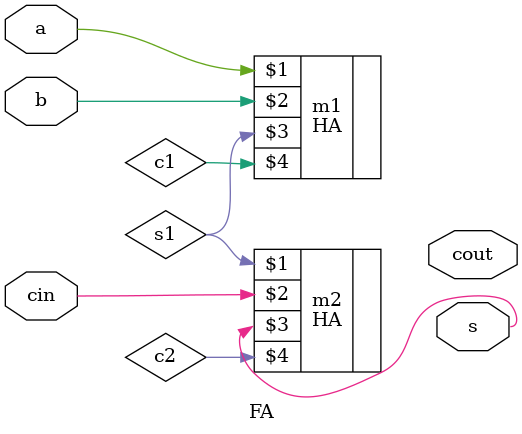
<source format=v>
module FA(a,b,cin,s,cout);
input a,b,cin;
output s,cout;
wire s1,c1,c2;
// instatiate HAs
HA m1(a,b,s1,c1);
HA m2(s1,cin,s,c2);
or o1(c,c1,c2);
endmodule

</source>
